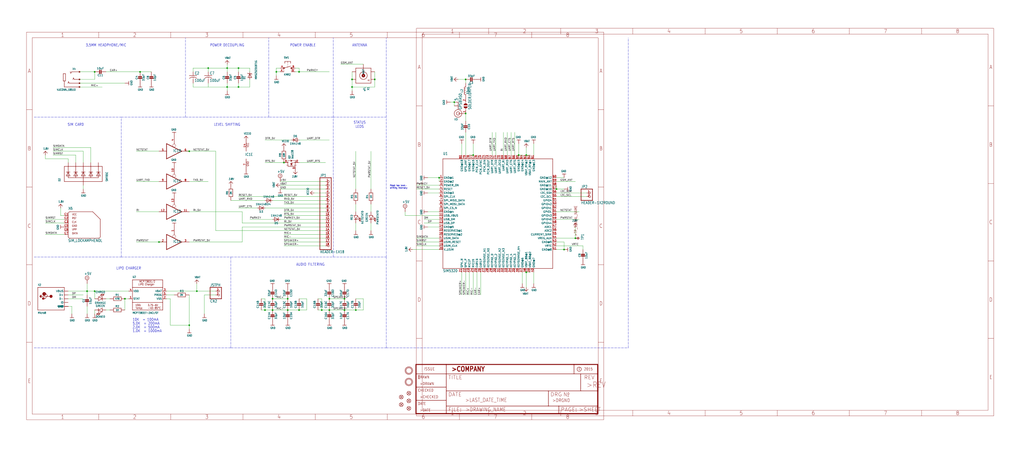
<source format=kicad_sch>
(kicad_sch (version 20211123) (generator eeschema)
  (paper "User" 687.07 301.701)
  (junction (at 58.42 195.58))
  (junction (at 63.5 48.26))
  (junction (at 386.08 160.02))
  (junction (at 236.22 53.34))
  (junction (at 353.06 104.14))
  (junction (at 139.7 45.72))
  (junction (at 200.66 48.26))
  (junction (at 378.46 167.64))
  (junction (at 127 218.44))
  (junction (at 220.98 208.28))
  (junction (at 152.4 58.42))
  (junction (at 160.02 58.42))
  (junction (at 317.5 104.14))
  (junction (at 83.82 200.66))
  (junction (at 93.98 48.26))
  (junction (at 347.98 104.14))
  (junction (at 353.06 182.88))
  (junction (at 152.4 45.72))
  (junction (at 200.66 208.28))
  (junction (at 236.22 58.42))
  (junction (at 63.5 195.58))
  (junction (at 185.42 48.26))
  (junction (at 182.88 200.66))
  (junction (at 231.14 200.66))
  (junction (at 304.8 68.58))
  (junction (at 106.68 162.56))
  (junction (at 251.46 53.34))
  (junction (at 238.76 208.28))
  (junction (at 373.38 127))
  (junction (at 294.64 119.38))
  (junction (at 127 101.6))
  (junction (at 193.04 200.66))
  (junction (at 190.5 109.22))
  (junction (at 220.98 200.66))
  (junction (at 182.88 208.28))
  (junction (at 177.8 208.28))
  (junction (at 312.42 53.34))
  (junction (at 312.42 76.2))
  (junction (at 215.9 208.28))
  (junction (at 132.08 195.58))
  (junction (at 193.04 208.28))
  (junction (at 231.14 208.28))
  (junction (at 160.02 45.72))
  (wire (pts (xy 139.7 48.26) (xy 139.7 45.72)))
  (wire (pts (xy 378.46 167.64) (xy 378.46 162.56)))
  (wire (pts (xy 160.02 58.42) (xy 167.64 58.42)))
  (wire (pts (xy 182.88 134.62) (xy 218.44 134.62)))
  (wire (pts (xy 213.36 200.66) (xy 215.9 200.66)))
  (wire (pts (xy 60.96 109.22) (xy 60.96 99.06)))
  (wire (pts (xy 231.14 200.66) (xy 220.98 200.66)))
  (wire (pts (xy 205.74 208.28) (xy 200.66 208.28)))
  (wire (pts (xy 83.82 208.28) (xy 83.82 200.66)))
  (wire (pts (xy 160.02 45.72) (xy 167.64 45.72)))
  (wire (pts (xy 350.52 182.88) (xy 350.52 190.5)))
  (polyline (pts (xy 154.94 233.68) (xy 259.08 233.68)))
  (wire (pts (xy 124.46 101.6) (xy 127 101.6)))
  (wire (pts (xy 373.38 129.54) (xy 393.7 129.54)))
  (polyline (pts (xy 259.08 78.74) (xy 259.08 25.4)))
  (wire (pts (xy 132.08 195.58) (xy 111.76 195.58)))
  (wire (pts (xy 55.88 101.6) (xy 35.56 101.6)))
  (wire (pts (xy 353.06 182.88) (xy 355.6 182.88)))
  (wire (pts (xy 205.74 200.66) (xy 205.74 208.28)))
  (wire (pts (xy 218.44 154.94) (xy 144.78 154.94)))
  (wire (pts (xy 304.8 68.58) (xy 302.26 68.58)))
  (wire (pts (xy 200.66 48.26) (xy 198.12 48.26)))
  (wire (pts (xy 152.4 48.26) (xy 152.4 45.72)))
  (wire (pts (xy 218.44 121.92) (xy 187.96 121.92)))
  (wire (pts (xy 294.64 124.46) (xy 279.4 124.46)))
  (wire (pts (xy 63.5 200.66) (xy 63.5 195.58)))
  (wire (pts (xy 132.08 195.58) (xy 132.08 190.5)))
  (wire (pts (xy 218.44 139.7) (xy 177.8 139.7)))
  (wire (pts (xy 48.26 205.74) (xy 48.26 210.82)))
  (wire (pts (xy 391.16 165.1) (xy 391.16 167.64)))
  (wire (pts (xy 347.98 104.14) (xy 347.98 96.52)))
  (wire (pts (xy 53.34 58.42) (xy 68.58 58.42)))
  (wire (pts (xy 63.5 208.28) (xy 63.5 210.82)))
  (polyline (pts (xy 259.08 233.68) (xy 421.64 233.68)))
  (wire (pts (xy 182.88 147.32) (xy 167.64 147.32)))
  (wire (pts (xy 358.14 96.52) (xy 358.14 104.14)))
  (wire (pts (xy 393.7 132.08) (xy 373.38 132.08)))
  (wire (pts (xy 332.74 104.14) (xy 332.74 88.9)))
  (wire (pts (xy 177.8 208.28) (xy 182.88 208.28)))
  (wire (pts (xy 294.64 119.38) (xy 294.64 121.92)))
  (wire (pts (xy 129.54 58.42) (xy 152.4 58.42)))
  (wire (pts (xy 177.8 109.22) (xy 190.5 109.22)))
  (wire (pts (xy 238.76 208.28) (xy 231.14 208.28)))
  (polyline (pts (xy 124.46 78.74) (xy 124.46 25.4)))
  (wire (pts (xy 228.6 43.18) (xy 243.84 43.18)))
  (polyline (pts (xy 259.08 233.68) (xy 259.08 172.72)))
  (wire (pts (xy 378.46 162.56) (xy 373.38 162.56)))
  (wire (pts (xy 127 101.6) (xy 144.78 101.6)))
  (wire (pts (xy 114.3 218.44) (xy 127 218.44)))
  (wire (pts (xy 314.96 198.12) (xy 314.96 182.88)))
  (wire (pts (xy 127 162.56) (xy 162.56 162.56)))
  (wire (pts (xy 345.44 104.14) (xy 345.44 88.9)))
  (wire (pts (xy 330.2 104.14) (xy 330.2 88.9)))
  (wire (pts (xy 287.02 142.24) (xy 294.64 142.24)))
  (wire (pts (xy 294.64 162.56) (xy 279.4 162.56)))
  (wire (pts (xy 287.02 119.38) (xy 294.64 119.38)))
  (wire (pts (xy 83.82 55.88) (xy 53.34 55.88)))
  (wire (pts (xy 309.88 182.88) (xy 309.88 198.12)))
  (wire (pts (xy 190.5 144.78) (xy 218.44 144.78)))
  (wire (pts (xy 160.02 55.88) (xy 160.02 58.42)))
  (wire (pts (xy 152.4 58.42) (xy 160.02 58.42)))
  (wire (pts (xy 50.8 109.22) (xy 50.8 104.14)))
  (wire (pts (xy 373.38 124.46) (xy 373.38 127)))
  (wire (pts (xy 63.5 195.58) (xy 86.36 195.58)))
  (wire (pts (xy 312.42 88.9) (xy 312.42 104.14)))
  (polyline (pts (xy 223.52 78.74) (xy 223.52 25.4)))
  (wire (pts (xy 312.42 198.12) (xy 312.42 182.88)))
  (wire (pts (xy 312.42 53.34) (xy 312.42 55.88)))
  (wire (pts (xy 350.52 104.14) (xy 347.98 104.14)))
  (wire (pts (xy 287.02 152.4) (xy 294.64 152.4)))
  (wire (pts (xy 60.96 99.06) (xy 35.56 99.06)))
  (wire (pts (xy 190.5 165.1) (xy 218.44 165.1)))
  (wire (pts (xy 144.78 154.94) (xy 144.78 101.6)))
  (wire (pts (xy 200.66 200.66) (xy 205.74 200.66)))
  (wire (pts (xy 160.02 48.26) (xy 160.02 45.72)))
  (wire (pts (xy 220.98 48.26) (xy 200.66 48.26)))
  (wire (pts (xy 337.82 104.14) (xy 337.82 88.9)))
  (wire (pts (xy 200.66 109.22) (xy 218.44 109.22)))
  (polyline (pts (xy 180.34 78.74) (xy 180.34 25.4)))
  (wire (pts (xy 127 218.44) (xy 127 220.98)))
  (wire (pts (xy 314.96 104.14) (xy 317.5 104.14)))
  (wire (pts (xy 139.7 45.72) (xy 152.4 45.72)))
  (wire (pts (xy 210.82 129.54) (xy 218.44 129.54)))
  (wire (pts (xy 373.38 119.38) (xy 378.46 119.38)))
  (wire (pts (xy 353.06 193.04) (xy 353.06 182.88)))
  (wire (pts (xy 187.96 147.32) (xy 218.44 147.32)))
  (wire (pts (xy 58.42 198.12) (xy 58.42 195.58)))
  (wire (pts (xy 200.66 45.72) (xy 200.66 48.26)))
  (polyline (pts (xy 223.52 172.72) (xy 223.52 78.74)))
  (wire (pts (xy 58.42 205.74) (xy 58.42 210.82)))
  (wire (pts (xy 63.5 48.26) (xy 53.34 48.26)))
  (wire (pts (xy 185.42 45.72) (xy 185.42 48.26)))
  (wire (pts (xy 294.64 167.64) (xy 276.86 167.64)))
  (wire (pts (xy 353.06 104.14) (xy 355.6 104.14)))
  (wire (pts (xy 73.66 208.28) (xy 71.12 208.28)))
  (wire (pts (xy 93.98 48.26) (xy 101.6 48.26)))
  (wire (pts (xy 187.96 45.72) (xy 185.42 45.72)))
  (wire (pts (xy 45.72 195.58) (xy 58.42 195.58)))
  (wire (pts (xy 43.18 147.32) (xy 30.48 147.32)))
  (wire (pts (xy 190.5 137.16) (xy 218.44 137.16)))
  (wire (pts (xy 45.72 109.22) (xy 45.72 106.68)))
  (wire (pts (xy 287.02 129.54) (xy 294.64 129.54)))
  (wire (pts (xy 386.08 160.02) (xy 386.08 152.4)))
  (wire (pts (xy 388.62 147.32) (xy 373.38 147.32)))
  (wire (pts (xy 43.18 149.86) (xy 30.48 149.86)))
  (wire (pts (xy 152.4 55.88) (xy 152.4 58.42)))
  (wire (pts (xy 162.56 149.86) (xy 218.44 149.86)))
  (polyline (pts (xy 22.86 172.72) (xy 81.28 172.72)))
  (wire (pts (xy 129.54 55.88) (xy 129.54 58.42)))
  (polyline (pts (xy 22.86 233.68) (xy 154.94 233.68)))
  (wire (pts (xy 30.48 157.48) (xy 43.18 157.48)))
  (wire (pts (xy 55.88 124.46) (xy 55.88 127)))
  (polyline (pts (xy 154.94 172.72) (xy 223.52 172.72)))
  (wire (pts (xy 127 142.24) (xy 162.56 142.24)))
  (wire (pts (xy 215.9 200.66) (xy 215.9 208.28)))
  (wire (pts (xy 294.64 165.1) (xy 279.4 165.1)))
  (polyline (pts (xy 81.28 172.72) (xy 81.28 78.74)))
  (wire (pts (xy 284.48 149.86) (xy 294.64 149.86)))
  (wire (pts (xy 167.64 45.72) (xy 167.64 48.26)))
  (wire (pts (xy 322.58 198.12) (xy 322.58 182.88)))
  (wire (pts (xy 198.12 45.72) (xy 200.66 45.72)))
  (wire (pts (xy 279.4 160.02) (xy 294.64 160.02)))
  (wire (pts (xy 127 121.92) (xy 139.7 121.92)))
  (wire (pts (xy 160.02 132.08) (xy 218.44 132.08)))
  (wire (pts (xy 218.44 142.24) (xy 190.5 142.24)))
  (wire (pts (xy 236.22 58.42) (xy 251.46 58.42)))
  (wire (pts (xy 251.46 58.42) (xy 251.46 53.34)))
  (wire (pts (xy 106.68 121.92) (xy 91.44 121.92)))
  (wire (pts (xy 152.4 45.72) (xy 152.4 43.18)))
  (wire (pts (xy 200.66 93.98) (xy 220.98 93.98)))
  (wire (pts (xy 218.44 127) (xy 187.96 127)))
  (wire (pts (xy 162.56 149.86) (xy 162.56 142.24)))
  (wire (pts (xy 50.8 104.14) (xy 35.56 104.14)))
  (wire (pts (xy 304.8 71.12) (xy 304.8 68.58)))
  (wire (pts (xy 236.22 60.96) (xy 236.22 58.42)))
  (wire (pts (xy 353.06 99.06) (xy 353.06 104.14)))
  (wire (pts (xy 248.92 154.94) (xy 248.92 149.86)))
  (wire (pts (xy 373.38 127) (xy 378.46 127)))
  (wire (pts (xy 132.08 195.58) (xy 144.78 195.58)))
  (wire (pts (xy 236.22 48.26) (xy 236.22 53.34)))
  (wire (pts (xy 243.84 200.66) (xy 243.84 208.28)))
  (wire (pts (xy 83.82 200.66) (xy 86.36 200.66)))
  (wire (pts (xy 40.64 144.78) (xy 40.64 139.7)))
  (wire (pts (xy 93.98 48.26) (xy 71.12 48.26)))
  (polyline (pts (xy 81.28 78.74) (xy 124.46 78.74)))
  (wire (pts (xy 172.72 139.7) (xy 160.02 139.7)))
  (wire (pts (xy 193.04 200.66) (xy 182.88 200.66)))
  (wire (pts (xy 129.54 45.72) (xy 139.7 45.72)))
  (wire (pts (xy 55.88 109.22) (xy 55.88 101.6)))
  (wire (pts (xy 307.34 53.34) (xy 312.42 53.34)))
  (wire (pts (xy 215.9 208.28) (xy 220.98 208.28)))
  (wire (pts (xy 294.64 147.32) (xy 284.48 147.32)))
  (wire (pts (xy 175.26 200.66) (xy 177.8 200.66)))
  (wire (pts (xy 53.34 53.34) (xy 63.5 53.34)))
  (wire (pts (xy 106.68 142.24) (xy 91.44 142.24)))
  (wire (pts (xy 63.5 48.26) (xy 63.5 53.34)))
  (wire (pts (xy 114.3 200.66) (xy 114.3 218.44)))
  (wire (pts (xy 185.42 48.26) (xy 185.42 50.8)))
  (polyline (pts (xy 259.08 172.72) (xy 259.08 78.74)))
  (wire (pts (xy 162.56 162.56) (xy 162.56 152.4)))
  (wire (pts (xy 45.72 106.68) (xy 30.48 106.68)))
  (wire (pts (xy 320.04 182.88) (xy 320.04 198.12)))
  (wire (pts (xy 111.76 200.66) (xy 114.3 200.66)))
  (wire (pts (xy 220.98 208.28) (xy 231.14 208.28)))
  (wire (pts (xy 358.14 190.5) (xy 358.14 182.88)))
  (polyline (pts (xy 223.52 172.72) (xy 259.08 172.72)))
  (wire (pts (xy 251.46 53.34) (xy 251.46 48.26)))
  (polyline (pts (xy 22.86 78.74) (xy 81.28 78.74)))
  (wire (pts (xy 190.5 162.56) (xy 218.44 162.56)))
  (wire (pts (xy 45.72 205.74) (xy 48.26 205.74)))
  (wire (pts (xy 388.62 142.24) (xy 373.38 142.24)))
  (wire (pts (xy 200.66 208.28) (xy 193.04 208.28)))
  (wire (pts (xy 73.66 200.66) (xy 71.12 200.66)))
  (wire (pts (xy 391.16 165.1) (xy 373.38 165.1)))
  (wire (pts (xy 152.4 45.72) (xy 160.02 45.72)))
  (polyline (pts (xy 154.94 233.68) (xy 154.94 172.72)))
  (wire (pts (xy 137.16 198.12) (xy 137.16 210.82)))
  (wire (pts (xy 187.96 124.46) (xy 218.44 124.46)))
  (wire (pts (xy 152.4 60.96) (xy 152.4 58.42)))
  (wire (pts (xy 106.68 101.6) (xy 91.44 101.6)))
  (polyline (pts (xy 223.52 78.74) (xy 259.08 78.74)))
  (wire (pts (xy 238.76 137.16) (xy 238.76 142.24)))
  (wire (pts (xy 386.08 121.92) (xy 373.38 121.92)))
  (wire (pts (xy 139.7 55.88) (xy 139.7 58.42)))
  (wire (pts (xy 312.42 76.2) (xy 312.42 81.28)))
  (wire (pts (xy 271.78 144.78) (xy 271.78 142.24)))
  (polyline (pts (xy 124.46 78.74) (xy 180.34 78.74)))
  (wire (pts (xy 187.96 48.26) (xy 185.42 48.26)))
  (wire (pts (xy 248.92 137.16) (xy 248.92 142.24)))
  (wire (pts (xy 177.8 200.66) (xy 177.8 208.28)))
  (wire (pts (xy 236.22 53.34) (xy 236.22 58.42)))
  (wire (pts (xy 167.64 58.42) (xy 167.64 53.34)))
  (wire (pts (xy 190.5 160.02) (xy 218.44 160.02)))
  (wire (pts (xy 238.76 149.86) (xy 238.76 154.94)))
  (polyline (pts (xy 421.64 233.68) (xy 421.64 25.4)))
  (wire (pts (xy 109.22 162.56) (xy 106.68 162.56)))
  (wire (pts (xy 58.42 195.58) (xy 58.42 190.5)))
  (polyline (pts (xy 81.28 172.72) (xy 154.94 172.72)))
  (wire (pts (xy 162.56 152.4) (xy 218.44 152.4)))
  (wire (pts (xy 215.9 208.28) (xy 213.36 208.28)))
  (wire (pts (xy 238.76 127) (xy 238.76 101.6)))
  (wire (pts (xy 317.5 96.52) (xy 317.5 104.14)))
  (wire (pts (xy 58.42 195.58) (xy 63.5 195.58)))
  (wire (pts (xy 248.92 101.6) (xy 248.92 127)))
  (wire (pts (xy 55.88 200.66) (xy 45.72 200.66)))
  (wire (pts (xy 154.94 134.62) (xy 177.8 134.62)))
  (wire (pts (xy 243.84 208.28) (xy 238.76 208.28)))
  (wire (pts (xy 43.18 144.78) (xy 40.64 144.78)))
  (wire (pts (xy 137.16 198.12) (xy 144.78 198.12)))
  (wire (pts (xy 294.64 144.78) (xy 271.78 144.78)))
  (wire (pts (xy 195.58 93.98) (xy 177.8 93.98)))
  (polyline (pts (xy 223.52 78.74) (xy 180.34 78.74)))
  (wire (pts (xy 127 198.12) (xy 127 218.44)))
  (wire (pts (xy 106.68 162.56) (xy 91.44 162.56)))
  (wire (pts (xy 129.54 48.26) (xy 129.54 45.72)))
  (wire (pts (xy 373.38 160.02) (xy 386.08 160.02)))
  (wire (pts (xy 340.36 104.14) (xy 340.36 88.9)))
  (wire (pts (xy 238.76 200.66) (xy 243.84 200.66)))
  (wire (pts (xy 342.9 104.14) (xy 342.9 88.9)))
  (wire (pts (xy 111.76 198.12) (xy 116.84 198.12)))
  (wire (pts (xy 177.8 208.28) (xy 175.26 208.28)))
  (wire (pts (xy 317.5 182.88) (xy 317.5 198.12)))
  (wire (pts (xy 373.38 167.64) (xy 378.46 167.64)))
  (wire (pts (xy 190.5 157.48) (xy 218.44 157.48)))
  (wire (pts (xy 30.48 106.68) (xy 30.48 104.14)))
  (wire (pts (xy 182.88 208.28) (xy 193.04 208.28)))
  (wire (pts (xy 294.64 127) (xy 279.4 127)))
  (wire (pts (xy 45.72 198.12) (xy 55.88 198.12)))
  (wire (pts (xy 309.88 96.52) (xy 309.88 104.14)))
  (text "2.0K  = 500mA" (at 88.9 220.98 180) (effects (font (size 1.778 1.5113)) (justify left bottom)))
  (text "1.0K  = 1000mA" (at 88.9 223.52 180) (effects (font (size 1.778 1.5113)) (justify left bottom)))
  (text "AUDIO FILTERING" (at 208.28 177.8 180) (effects (font (size 1.778 1.5113))))
  (text "LEVEL SHIFTING" (at 152.4 83.82 180) (effects (font (size 1.778 1.5113))))
  (text "ANTENNA" (at 241.3 30.48 180) (effects (font (size 1.778 1.5113))))
  (text "LIPO CHARGER" (at 86.36 180.34 180) (effects (font (size 1.778 1.5113))))
  (text "3.5MM HEADPHONE/MIC" (at 71.12 30.48 180) (effects (font (size 1.778 1.5113))))
  (text "5.0K  = 200mA" (at 88.9 218.44 180) (effects (font (size 1.778 1.5113)) (justify left bottom)))
  (text "POWER DECOUPLING" (at 152.4 30.48 180) (effects (font (size 1.778 1.5113))))
  (text "Reset has level-\nshifting internally" (at 261.62 127 180) (effects (font (size 1.016 0.8636)) (justify left bottom)))
  (text "STATUS\nLEDS" (at 241.3 83.82 180) (effects (font (size 1.778 1.5113))))
  (text "SIM CARD" (at 50.8 83.82 180) (effects (font (size 1.778 1.5113))))
  (text "POWER ENABLE" (at 203.2 30.48 180) (effects (font (size 1.778 1.5113))))
  (text "10K  = 100mA" (at 88.9 215.9 180) (effects (font (size 1.778 1.5113)) (justify left bottom)))
  (label "SPEAKER-" (at 190.5 165.1 0) (effects (font (size 1.2446 1.2446))))
  (label "UART_RTS" (at 205.74 109.22 0) (effects (font (size 1.2446 1.2446))))
  (label "PWRKEY" (at 279.4 124.46 0) (effects (font (size 1.2446 1.2446))))
  (label "DM" (at 284.48 147.32 0) (effects (font (size 1.2446 1.2446))))
  (label "PWRSTAT_5V" (at 190.5 152.4 0) (effects (font (size 1.2446 1.2446))))
  (label "SPEAKER+" (at 309.88 198.12 90) (effects (font (size 1.2446 1.2446))))
  (label "RI" (at 337.82 101.6 90) (effects (font (size 1.2446 1.2446))))
  (label "TXD_5V" (at 129.54 121.92 0) (effects (font (size 1.2446 1.2446))))
  (label "NETSTAT_5V" (at 129.54 101.6 0) (effects (font (size 1.2446 1.2446))))
  (label "RI" (at 91.44 142.24 0) (effects (font (size 1.2446 1.2446))))
  (label "SIMDATA" (at 30.48 157.48 0) (effects (font (size 1.2446 1.2446))))
  (label "UART_RXD" (at 160.02 134.62 0) (effects (font (size 1.2446 1.2446))))
  (label "RESET_5V" (at 160.02 132.08 0) (effects (font (size 1.2446 1.2446))))
  (label "EAR+" (at 322.58 198.12 90) (effects (font (size 1.2446 1.2446))))
  (label "GND" (at 187.96 127 0) (effects (font (size 1.2446 1.2446))))
  (label "RTS_5V" (at 177.8 109.22 0) (effects (font (size 1.2446 1.2446))))
  (label "UART_CTS" (at 160.02 139.7 0) (effects (font (size 1.2446 1.2446))))
  (label "RI_5V" (at 190.5 149.86 0) (effects (font (size 1.2446 1.2446))))
  (label "VRTC" (at 383.54 165.1 0) (effects (font (size 1.2446 1.2446))))
  (label "PWRSTAT_5V" (at 129.54 162.56 0) (effects (font (size 1.2446 1.2446))))
  (label "MIC+" (at 60.96 58.42 0) (effects (font (size 1.2446 1.2446))))
  (label "GSM_ANT" (at 228.6 43.18 0) (effects (font (size 1.2446 1.2446))))
  (label "RESET_5V" (at 279.4 127 0) (effects (font (size 1.2446 1.2446))))
  (label "EAR+" (at 73.66 48.26 0) (effects (font (size 1.2446 1.2446))))
  (label "SPEAKER-" (at 312.42 198.12 90) (effects (font (size 1.2446 1.2446))))
  (label "SIMRST" (at 279.4 162.56 0) (effects (font (size 1.2446 1.2446))))
  (label "TXD_5V" (at 190.5 137.16 0) (effects (font (size 1.2446 1.2446))))
  (label "UART_DTR" (at 205.74 93.98 0) (effects (font (size 1.2446 1.2446))))
  (label "PWRSTAT_5V" (at 248.92 119.38 90) (effects (font (size 1.2446 1.2446))))
  (label "I2C_SDA" (at 375.92 129.54 0) (effects (font (size 1.2446 1.2446))))
  (label "DM" (at 48.26 200.66 0) (effects (font (size 1.2446 1.2446))))
  (label "GSM_ANT" (at 375.92 121.92 0) (effects (font (size 1.2446 1.2446))))
  (label "SIMCLK" (at 279.4 165.1 0) (effects (font (size 1.2446 1.2446))))
  (label "SIMDATA" (at 279.4 160.02 0) (effects (font (size 1.2446 1.2446))))
  (label "I2C_SCL" (at 375.92 132.08 0) (effects (font (size 1.2446 1.2446))))
  (label "NETSTAT" (at 91.44 101.6 0) (effects (font (size 1.2446 1.2446))))
  (label "RTS_5V" (at 190.5 144.78 0) (effects (font (size 1.2446 1.2446))))
  (label "UART_TXD" (at 332.74 101.6 90) (effects (font (size 1.2446 1.2446))))
  (label "MIC+" (at 185.42 200.66 0) (effects (font (size 1.2446 1.2446))))
  (label "MIC-" (at 190.5 160.02 0) (effects (font (size 1.2446 1.2446))))
  (label "RXD_5V" (at 190.5 134.62 0) (effects (font (size 1.2446 1.2446))))
  (label "NETSTAT_5V" (at 190.5 154.94 0) (effects (font (size 1.2446 1.2446))))
  (label "UART_TXD" (at 91.44 121.92 0) (effects (font (size 1.2446 1.2446))))
  (label "UART_RXD" (at 340.36 101.6 90) (effects (font (size 1.2446 1.2446))))
  (label "SIMCLK" (at 30.48 149.86 0) (effects (font (size 1.2446 1.2446))))
  (label "PWRKEY_5V" (at 190.5 147.32 0) (effects (font (size 1.2446 1.2446))))
  (label "MIC-" (at 185.42 208.28 0) (effects (font (size 1.2446 1.2446))))
  (label "PWRSTAT" (at 375.92 147.32 0) (effects (font (size 1.2446 1.2446))))
  (label "UART_DTR" (at 330.2 101.6 90) (effects (font (size 1.2446 1.2446))))
  (label "PWRKEY" (at 167.64 147.32 0) (effects (font (size 1.2446 1.2446))))
  (label "SPEAKER-" (at 223.52 208.28 0) (effects (font (size 1.2446 1.2446))))
  (label "PWRSTAT" (at 91.44 162.56 0) (effects (font (size 1.2446 1.2446))))
  (label "SPEAKER+" (at 190.5 162.56 0) (effects (font (size 1.2446 1.2446))))
  (label "UART_RTS" (at 345.44 101.6 90) (effects (font (size 1.2446 1.2446))))
  (label "SIMRST" (at 35.56 104.14 0) (effects (font (size 1.2446 1.2446))))
  (label "DTR_5V" (at 177.8 93.98 0) (effects (font (size 1.2446 1.2446))))
  (label "+5V" (at 187.96 121.92 0) (effects (font (size 1.2446 1.2446))))
  (label "DTR_5V" (at 190.5 142.24 0) (effects (font (size 1.2446 1.2446))))
  (label "SIMRST" (at 30.48 147.32 0) (effects (font (size 1.2446 1.2446))))
  (label "RESET_5V" (at 190.5 132.08 0) (effects (font (size 1.2446 1.2446))))
  (label "PWRKEY" (at 205.74 48.26 0) (effects (font (size 1.2446 1.2446))))
  (label "VBAT" (at 187.96 124.46 0) (effects (font (size 1.2446 1.2446))))
  (label "NETSTAT_5V" (at 238.76 119.38 90) (effects (font (size 1.2446 1.2446))))
  (label "RI_5V" (at 129.54 142.24 0) (effects (font (size 1.2446 1.2446))))
  (label "SIMCLK" (at 35.56 101.6 0) (effects (font (size 1.2446 1.2446))))
  (label "EAR-" (at 320.04 198.12 90) (effects (font (size 1.2446 1.2446))))
  (label "DP" (at 287.02 149.86 0) (effects (font (size 1.2446 1.2446))))
  (label "NETSTAT" (at 375.92 142.24 0) (effects (font (size 1.2446 1.2446))))
  (label "SIMDATA" (at 35.56 99.06 0) (effects (font (size 1.2446 1.2446))))
  (label "MIC+" (at 314.96 198.12 90) (effects (font (size 1.2446 1.2446))))
  (label "MIC-" (at 317.5 198.12 90) (effects (font (size 1.2446 1.2446))))
  (label "MIC+" (at 190.5 157.48 0) (effects (font (size 1.2446 1.2446))))
  (label "DP" (at 48.26 198.12 0) (effects (font (size 1.2446 1.2446))))
  (label "UART_CTS" (at 342.9 101.6 90) (effects (font (size 1.2446 1.2446))))
  (label "SPEAKER+" (at 223.52 200.66 0) (effects (font (size 1.2446 1.2446))))
  (symbol (lib_id "schematicEagle-eagle-import:GND") (at 284.48 142.24 270) (unit 1)
    (property "Reference" "#U$37" (effects hide))
    (property "Value" "GND" (at 281.94 140.716 0) (effects (font (size 1.27 1.0795)) (justify left bottom)))
    (property "Footprint" "schematicEagle:" (effects hide))
  )
  (symbol (lib_id "schematicEagle-eagle-import:GND") (at 284.48 129.54 270) (unit 1)
    (property "Reference" "#U$31" (effects hide))
    (property "Value" "GND" (at 281.94 128.016 0) (effects (font (size 1.27 1.0795)) (justify left bottom)))
    (property "Footprint" "schematicEagle:" (effects hide))
  )
  (symbol (lib_id "schematicEagle-eagle-import:GND") (at 358.14 193.04 0) (unit 1)
    (property "Reference" "#U$71" (effects hide))
    (property "Value" "GND" (at 356.616 195.58 0) (effects (font (size 1.27 1.0795)) (justify left bottom)))
    (property "Footprint" "schematicEagle:" (effects hide))
  )
  (symbol (lib_id "schematicEagle-eagle-import:CAP_4PACK1206") (at 220.98 213.36 0) (unit 1)
    (property "Reference" "C16" (at 218.69 212.11 90))
    (property "Value" "33pF" (at 223.28 212.11 90))
    (property "Footprint" "schematicEagle:RESPACK_4X0603" (effects hide))
  )
  (symbol (lib_id "schematicEagle-eagle-import:CAP_CERAMIC0805-NOOUTLINE") (at 160.02 53.34 0) (unit 1)
    (property "Reference" "C5" (at 157.73 52.09 90))
    (property "Value" "10pF" (at 162.32 52.09 90))
    (property "Footprint" "schematicEagle:0805-NO" (effects hide))
  )
  (symbol (lib_id "schematicEagle-eagle-import:GND") (at 238.76 157.48 0) (unit 1)
    (property "Reference" "#U$30" (effects hide))
    (property "Value" "GND" (at 237.236 160.02 0) (effects (font (size 1.27 1.0795)) (justify left bottom)))
    (property "Footprint" "schematicEagle:" (effects hide))
  )
  (symbol (lib_id "schematicEagle-eagle-import:FIDUCIAL{dblquote}{dblquote}") (at 274.32 274.32 0) (unit 1)
    (property "Reference" "FID3" (effects hide))
    (property "Value" "FIDUCIAL{dblquote}{dblquote}" (effects hide))
    (property "Footprint" "schematicEagle:FIDUCIAL_1MM" (effects hide))
  )
  (symbol (lib_id "schematicEagle-eagle-import:FIDUCIAL{dblquote}{dblquote}") (at 269.24 271.78 0) (unit 1)
    (property "Reference" "FID5" (effects hide))
    (property "Value" "FIDUCIAL{dblquote}{dblquote}" (effects hide))
    (property "Footprint" "schematicEagle:FIDUCIAL_1MM" (effects hide))
  )
  (symbol (lib_id "schematicEagle-eagle-import:HEADER-1X18") (at 218.44 144.78 0) (unit 1)
    (property "Reference" "JP1" (at 214.63 118.745 0) (effects (font (size 1.778 1.5113)) (justify left bottom)))
    (property "Value" "HEADER-1X18" (at 214.63 170.18 0) (effects (font (size 1.778 1.5113)) (justify left bottom)))
    (property "Footprint" "schematicEagle:1X18_ROUND70" (effects hide))
  )
  (symbol (lib_id "schematicEagle-eagle-import:74125PW") (at 165.1 104.14 0) (unit 5)
    (property "Reference" "IC1" (at 164.465 104.775 0) (effects (font (size 1.778 1.5113)) (justify left bottom)))
    (property "Value" "74VHCT125PW" (effects hide))
    (property "Footprint" "schematicEagle:TSSOP14" (effects hide))
  )
  (symbol (lib_id "schematicEagle-eagle-import:MOSFET-NWIDE") (at 195.58 111.76 90) (unit 1)
    (property "Reference" "Q2" (at 194.945 106.68 0) (effects (font (size 1.27 1.0795)) (justify left bottom)))
    (property "Value" "bss138" (at 196.85 106.68 0) (effects (font (size 1.27 1.0795)) (justify left bottom)))
    (property "Footprint" "schematicEagle:SOT23-WIDE" (effects hide))
  )
  (symbol (lib_id "schematicEagle-eagle-import:GND") (at 309.88 93.98 180) (unit 1)
    (property "Reference" "#U$41" (effects hide))
    (property "Value" "GND" (at 311.404 91.44 0) (effects (font (size 1.27 1.0795)) (justify left bottom)))
    (property "Footprint" "schematicEagle:" (effects hide))
  )
  (symbol (lib_id "schematicEagle-eagle-import:CAP_CERAMIC0805-NOOUTLINE") (at 93.98 53.34 0) (unit 1)
    (property "Reference" "C4" (at 91.69 52.09 90))
    (property "Value" "33pF" (at 96.28 52.09 90))
    (property "Footprint" "schematicEagle:0805-NO" (effects hide))
  )
  (symbol (lib_id "schematicEagle-eagle-import:DIODESOD-323") (at 185.42 147.32 0) (mirror x) (unit 1)
    (property "Reference" "D5" (at 185.42 149.86 0))
    (property "Value" "1N4148" (at 185.42 144.82 0))
    (property "Footprint" "schematicEagle:SOD-323" (effects hide))
  )
  (symbol (lib_id "schematicEagle-eagle-import:GND") (at 220.98 190.5 180) (unit 1)
    (property "Reference" "#U$48" (effects hide))
    (property "Value" "GND" (at 222.504 187.96 0) (effects (font (size 1.27 1.0795)) (justify left bottom)))
    (property "Footprint" "schematicEagle:" (effects hide))
  )
  (symbol (lib_id "schematicEagle-eagle-import:INDUCTOR_0805MP") (at 312.42 60.96 90) (unit 1)
    (property "Reference" "L2" (at 309.88 60.96 0))
    (property "Value" "33nH" (at 313.96 60.96 0))
    (property "Footprint" "schematicEagle:_0805MP" (effects hide))
  )
  (symbol (lib_id "schematicEagle-eagle-import:GND") (at 127 223.52 0) (unit 1)
    (property "Reference" "#U$6" (effects hide))
    (property "Value" "GND" (at 125.476 226.06 0) (effects (font (size 1.27 1.0795)) (justify left bottom)))
    (property "Footprint" "schematicEagle:" (effects hide))
  )
  (symbol (lib_id "schematicEagle-eagle-import:GND") (at 193.04 190.5 180) (unit 1)
    (property "Reference" "#U$45" (effects hide))
    (property "Value" "GND" (at 194.564 187.96 0) (effects (font (size 1.27 1.0795)) (justify left bottom)))
    (property "Footprint" "schematicEagle:" (effects hide))
  )
  (symbol (lib_id "schematicEagle-eagle-import:CAP_CERAMIC0805-NOOUTLINE") (at 58.42 203.2 0) (unit 1)
    (property "Reference" "C1" (at 56.13 201.95 90))
    (property "Value" "10µF" (at 60.72 201.95 90))
    (property "Footprint" "schematicEagle:0805-NO" (effects hide))
  )
  (symbol (lib_id "schematicEagle-eagle-import:GND") (at 116.84 149.86 180) (unit 1)
    (property "Reference" "#U$5" (effects hide))
    (property "Value" "GND" (at 118.364 147.32 0) (effects (font (size 1.27 1.0795)) (justify left bottom)))
    (property "Footprint" "schematicEagle:" (effects hide))
  )
  (symbol (lib_id "schematicEagle-eagle-import:RESISTOR0805_NOOUTLINE") (at 238.76 132.08 90) (unit 1)
    (property "Reference" "R5" (at 236.22 132.08 0))
    (property "Value" "1K" (at 238.76 132.08 0) (effects (font (size 1.016 1.016) bold)))
    (property "Footprint" "schematicEagle:0805-NO" (effects hide))
  )
  (symbol (lib_id "schematicEagle-eagle-import:GND") (at 381 127 90) (unit 1)
    (property "Reference" "#U$68" (effects hide))
    (property "Value" "GND" (at 383.54 128.524 0) (effects (font (size 1.27 1.0795)) (justify left bottom)))
    (property "Footprint" "schematicEagle:" (effects hide))
  )
  (symbol (lib_id "schematicEagle-eagle-import:GND") (at 48.26 213.36 0) (unit 1)
    (property "Reference" "#U$2" (effects hide))
    (property "Value" "GND" (at 46.736 215.9 0) (effects (font (size 1.27 1.0795)) (justify left bottom)))
    (property "Footprint" "schematicEagle:" (effects hide))
  )
  (symbol (lib_id "schematicEagle-eagle-import:CAP_4PACK1206") (at 200.66 205.74 0) (unit 2)
    (property "Reference" "C15" (at 198.37 204.49 90))
    (property "Value" "10pF" (at 202.96 204.49 90))
    (property "Footprint" "schematicEagle:RESPACK_4X0603" (effects hide))
  )
  (symbol (lib_id "schematicEagle-eagle-import:1.8V") (at 30.48 101.6 0) (unit 1)
    (property "Reference" "#U$15" (effects hide))
    (property "Value" "1.8V" (at 28.956 100.584 0) (effects (font (size 1.27 1.0795)) (justify left bottom)))
    (property "Footprint" "schematicEagle:" (effects hide))
  )
  (symbol (lib_id "schematicEagle-eagle-import:FIDUCIAL{dblquote}{dblquote}") (at 274.32 269.24 0) (unit 1)
    (property "Reference" "FID1" (effects hide))
    (property "Value" "FIDUCIAL{dblquote}{dblquote}" (effects hide))
    (property "Footprint" "schematicEagle:FIDUCIAL_1MM" (effects hide))
  )
  (symbol (lib_id "schematicEagle-eagle-import:CAP_CERAMIC0805-NOOUTLINE") (at 68.58 48.26 90) (unit 1)
    (property "Reference" "C11" (at 67.33 50.55 90))
    (property "Value" "10uF" (at 67.33 45.96 90))
    (property "Footprint" "schematicEagle:0805-NO" (effects hide))
  )
  (symbol (lib_id "schematicEagle-eagle-import:RESISTOR0805_NOOUTLINE") (at 78.74 208.28 0) (unit 1)
    (property "Reference" "R2" (at 78.74 205.74 0))
    (property "Value" "1K" (at 78.74 208.28 0) (effects (font (size 1.016 1.016) bold)))
    (property "Footprint" "schematicEagle:0805-NO" (effects hide))
  )
  (symbol (lib_id "schematicEagle-eagle-import:GND") (at 187.96 129.54 0) (unit 1)
    (property "Reference" "#U$35" (effects hide))
    (property "Value" "GND" (at 186.436 132.08 0) (effects (font (size 1.27 1.0795)) (justify left bottom)))
    (property "Footprint" "schematicEagle:" (effects hide))
  )
  (symbol (lib_id "schematicEagle-eagle-import:GND") (at 137.16 213.36 0) (unit 1)
    (property "Reference" "#U$4" (effects hide))
    (property "Value" "GND" (at 135.636 215.9 0) (effects (font (size 1.27 1.0795)) (justify left bottom)))
    (property "Footprint" "schematicEagle:" (effects hide))
  )
  (symbol (lib_id "schematicEagle-eagle-import:GND") (at 391.16 177.8 0) (unit 1)
    (property "Reference" "#U$24" (effects hide))
    (property "Value" "GND" (at 389.636 180.34 0) (effects (font (size 1.27 1.0795)) (justify left bottom)))
    (property "Footprint" "schematicEagle:" (effects hide))
  )
  (symbol (lib_id "schematicEagle-eagle-import:FRAME_A3") (at 279.4 279.4 0) (unit 3)
    (property "Reference" "#FRAME1" (effects hide))
    (property "Value" "FRAME_A3" (effects hide))
    (property "Footprint" "schematicEagle:" (effects hide))
  )
  (symbol (lib_id "schematicEagle-eagle-import:GND") (at 55.88 129.54 0) (unit 1)
    (property "Reference" "#U$27" (effects hide))
    (property "Value" "GND" (at 54.356 132.08 0) (effects (font (size 1.27 1.0795)) (justify left bottom)))
    (property "Footprint" "schematicEagle:" (effects hide))
  )
  (symbol (lib_id "schematicEagle-eagle-import:SIM_LOCKAMPHENOL") (at 55.88 149.86 0) (unit 1)
    (property "Reference" "X6" (at 45.72 140.97 0) (effects (font (size 1.778 1.5113)) (justify left bottom)))
    (property "Value" "SIM_LOCKAMPHENOL" (at 45.72 162.56 0) (effects (font (size 1.778 1.5113)) (justify left bottom)))
    (property "Footprint" "schematicEagle:C707_10M006_512_2" (effects hide))
  )
  (symbol (lib_id "schematicEagle-eagle-import:SWITCH_TACT_SMT4.6X2.8") (at 193.04 45.72 0) (unit 1)
    (property "Reference" "SW1" (at 190.5 39.37 0) (effects (font (size 1.27 1.0795)) (justify left bottom)))
    (property "Value" "KMR2" (at 190.5 50.8 0) (effects (font (size 1.27 1.0795)) (justify left bottom)))
    (property "Footprint" "schematicEagle:BTN_KMR2_4.6X2.8" (effects hide))
  )
  (symbol (lib_id "schematicEagle-eagle-import:GND") (at 284.48 152.4 270) (unit 1)
    (property "Reference" "#U$40" (effects hide))
    (property "Value" "GND" (at 281.94 150.876 0) (effects (font (size 1.27 1.0795)) (justify left bottom)))
    (property "Footprint" "schematicEagle:" (effects hide))
  )
  (symbol (lib_id "schematicEagle-eagle-import:CAP_4PACK1206") (at 182.88 195.58 180) (unit 4)
    (property "Reference" "C14" (at 185.17 196.83 90))
    (property "Value" "33pF" (at 180.58 196.83 90))
    (property "Footprint" "schematicEagle:RESPACK_4X0603" (effects hide))
  )
  (symbol (lib_id "schematicEagle-eagle-import:VBAT") (at 353.06 96.52 0) (unit 1)
    (property "Reference" "#U$38" (effects hide))
    (property "Value" "VBAT" (at 351.536 95.504 0) (effects (font (size 1.27 1.0795)) (justify left bottom)))
    (property "Footprint" "schematicEagle:" (effects hide))
  )
  (symbol (lib_id "schematicEagle-eagle-import:CAP_4PACK1206") (at 220.98 205.74 0) (unit 3)
    (property "Reference" "C16" (at 218.69 204.49 90))
    (property "Value" "33pF" (at 223.28 204.49 90))
    (property "Footprint" "schematicEagle:RESPACK_4X0603" (effects hide))
  )
  (symbol (lib_id "schematicEagle-eagle-import:LED0805_NOOUTLINE") (at 66.04 208.28 180) (unit 1)
    (property "Reference" "DONE0" (at 67.31 212.725 0))
    (property "Value" "GREEN" (at 67.31 205.486 0))
    (property "Footprint" "schematicEagle:CHIPLED_0805_NOOUTLINE" (effects hide))
  )
  (symbol (lib_id "schematicEagle-eagle-import:GND") (at 63.5 213.36 0) (unit 1)
    (property "Reference" "#U$7" (effects hide))
    (property "Value" "GND" (at 61.976 215.9 0) (effects (font (size 1.27 1.0795)) (justify left bottom)))
    (property "Footprint" "schematicEagle:" (effects hide))
  )
  (symbol (lib_id "schematicEagle-eagle-import:VBAT") (at 304.8 53.34 90) (unit 1)
    (property "Reference" "#U$60" (effects hide))
    (property "Value" "VBAT" (at 303.784 54.864 0) (effects (font (size 1.27 1.0795)) (justify left bottom)))
    (property "Footprint" "schematicEagle:" (effects hide))
  )
  (symbol (lib_id "schematicEagle-eagle-import:VBAT") (at 353.06 195.58 180) (unit 1)
    (property "Reference" "#U$39" (effects hide))
    (property "Value" "VBAT" (at 354.584 196.596 0) (effects (font (size 1.27 1.0795)) (justify left bottom)))
    (property "Footprint" "schematicEagle:" (effects hide))
  )
  (symbol (lib_id "schematicEagle-eagle-import:GND") (at 220.98 218.44 0) (unit 1)
    (property "Reference" "#U$50" (effects hide))
    (property "Value" "GND" (at 219.456 220.98 0) (effects (font (size 1.27 1.0795)) (justify left bottom)))
    (property "Footprint" "schematicEagle:" (effects hide))
  )
  (symbol (lib_id "schematicEagle-eagle-import:SMACONNECTOR_EDGE_UFL") (at 243.84 50.8 270) (unit 1)
    (property "Reference" "X1" (at 246.38 58.42 0) (effects (font (size 1.27 1.0795)) (justify left bottom)))
    (property "Value" "uFL" (at 243.84 58.42 0) (effects (font (size 1.27 1.0795)) (justify left bottom)))
    (property "Footprint" "schematicEagle:SMA_EDGELAUNCH_UFL" (effects hide))
  )
  (symbol (lib_id "schematicEagle-eagle-import:GND") (at 378.46 116.84 180) (unit 1)
    (property "Reference" "#U$67" (effects hide))
    (property "Value" "GND" (at 379.984 114.3 0) (effects (font (size 1.27 1.0795)) (justify left bottom)))
    (property "Footprint" "schematicEagle:" (effects hide))
  )
  (symbol (lib_id "schematicEagle-eagle-import:GND") (at 152.4 63.5 0) (unit 1)
    (property "Reference" "#U$22" (effects hide))
    (property "Value" "GND" (at 150.876 66.04 0) (effects (font (size 1.27 1.0795)) (justify left bottom)))
    (property "Footprint" "schematicEagle:" (effects hide))
  )
  (symbol (lib_id "schematicEagle-eagle-import:LED0805_NOOUTLINE") (at 238.76 147.32 270) (unit 1)
    (property "Reference" "NETSTAT0" (at 243.205 146.05 0))
    (property "Value" "RED" (at 235.966 146.05 0))
    (property "Footprint" "schematicEagle:CHIPLED_0805_NOOUTLINE" (effects hide))
  )
  (symbol (lib_id "schematicEagle-eagle-import:GND") (at 317.5 93.98 180) (unit 1)
    (property "Reference" "#U$64" (effects hide))
    (property "Value" "GND" (at 319.024 91.44 0) (effects (font (size 1.27 1.0795)) (justify left bottom)))
    (property "Footprint" "schematicEagle:" (effects hide))
  )
  (symbol (lib_id "schematicEagle-eagle-import:CAP_4PACK1206") (at 182.88 213.36 0) (unit 1)
    (property "Reference" "C14" (at 180.59 212.11 90))
    (property "Value" "33pF" (at 185.18 212.11 90))
    (property "Footprint" "schematicEagle:RESPACK_4X0603" (effects hide))
  )
  (symbol (lib_id "schematicEagle-eagle-import:CAP_4PACK1206") (at 231.14 195.58 180) (unit 4)
    (property "Reference" "C17" (at 233.43 196.83 90))
    (property "Value" "10pF" (at 228.84 196.83 90))
    (property "Footprint" "schematicEagle:RESPACK_4X0603" (effects hide))
  )
  (symbol (lib_id "schematicEagle-eagle-import:GND") (at 322.58 53.34 90) (unit 1)
    (property "Reference" "#U$57" (effects hide))
    (property "Value" "GND" (at 325.12 54.864 0) (effects (font (size 1.27 1.0795)) (justify left bottom)))
    (property "Footprint" "schematicEagle:" (effects hide))
  )
  (symbol (lib_id "schematicEagle-eagle-import:GND") (at 40.64 152.4 270) (unit 1)
    (property "Reference" "#U$13" (effects hide))
    (property "Value" "GND" (at 38.1 150.876 0) (effects (font (size 1.27 1.0795)) (justify left bottom)))
    (property "Footprint" "schematicEagle:" (effects hide))
  )
  (symbol (lib_id "schematicEagle-eagle-import:VBAT") (at 185.42 124.46 90) (unit 1)
    (property "Reference" "#U$20" (effects hide))
    (property "Value" "VBAT" (at 184.404 125.984 0) (effects (font (size 1.27 1.0795)) (justify left bottom)))
    (property "Footprint" "schematicEagle:" (effects hide))
  )
  (symbol (lib_id "schematicEagle-eagle-import:CAP_4PACK1206") (at 213.36 205.74 0) (unit 2)
    (property "Reference" "C16" (at 211.07 204.49 90))
    (property "Value" "33pF" (at 215.66 204.49 90))
    (property "Footprint" "schematicEagle:RESPACK_4X0603" (effects hide))
  )
  (symbol (lib_id "schematicEagle-eagle-import:CAP_CERAMIC0805-NOOUTLINE") (at 391.16 172.72 0) (unit 1)
    (property "Reference" "C9" (at 388.87 171.47 90))
    (property "Value" "10uF" (at 393.46 171.47 90))
    (property "Footprint" "schematicEagle:0805-NO" (effects hide))
  )
  (symbol (lib_id "schematicEagle-eagle-import:JST_2PIN") (at 147.32 195.58 0) (mirror x) (unit 1)
    (property "Reference" "CN2" (at 140.97 201.295 0) (effects (font (size 1.778 1.5113)) (justify left bottom)))
    (property "Value" "JSTPH" (at 140.97 190.5 0) (effects (font (size 1.778 1.5113)) (justify left bottom)))
    (property "Footprint" "schematicEagle:JSTPH2" (effects hide))
  )
  (symbol (lib_id "schematicEagle-eagle-import:2.8V") (at 386.08 149.86 0) (mirror y) (unit 1)
    (property "Reference" "#U$23" (effects hide))
    (property "Value" "2.8V" (at 387.604 148.844 0) (effects (font (size 1.27 1.0795)) (justify left bottom)))
    (property "Footprint" "schematicEagle:" (effects hide))
  )
  (symbol (lib_id "schematicEagle-eagle-import:CAP_4PACK1206") (at 220.98 195.58 180) (unit 4)
    (property "Reference" "C16" (at 223.27 196.83 90))
    (property "Value" "33pF" (at 218.68 196.83 90))
    (property "Footprint" "schematicEagle:RESPACK_4X0603" (effects hide))
  )
  (symbol (lib_id "schematicEagle-eagle-import:1.8V") (at 40.64 137.16 0) (unit 1)
    (property "Reference" "#U$1" (effects hide))
    (property "Value" "1.8V" (at 39.116 136.144 0) (effects (font (size 1.27 1.0795)) (justify left bottom)))
    (property "Footprint" "schematicEagle:" (effects hide))
  )
  (symbol (lib_id "schematicEagle-eagle-import:GND") (at 116.84 109.22 180) (unit 1)
    (property "Reference" "#U$19" (effects hide))
    (property "Value" "GND" (at 118.364 106.68 0) (effects (font (size 1.27 1.0795)) (justify left bottom)))
    (property "Footprint" "schematicEagle:" (effects hide))
  )
  (symbol (lib_id "schematicEagle-eagle-import:CAP_CERAMIC0805-NOOUTLINE") (at 312.42 83.82 180) (unit 1)
    (property "Reference" "C10" (at 314.71 85.07 90))
    (property "Value" "33pF" (at 310.12 85.07 90))
    (property "Footprint" "schematicEagle:0805-NO" (effects hide))
  )
  (symbol (lib_id "schematicEagle-eagle-import:GND") (at 284.48 119.38 270) (unit 1)
    (property "Reference" "#U$28" (effects hide))
    (property "Value" "GND" (at 281.94 117.856 0) (effects (font (size 1.27 1.0795)) (justify left bottom)))
    (property "Footprint" "schematicEagle:" (effects hide))
  )
  (symbol (lib_id "schematicEagle-eagle-import:CAP_4PACK1206") (at 182.88 205.74 0) (unit 3)
    (property "Reference" "C14" (at 180.59 204.49 90))
    (property "Value" "33pF" (at 185.18 204.49 90))
    (property "Footprint" "schematicEagle:RESPACK_4X0603" (effects hide))
  )
  (symbol (lib_id "schematicEagle-eagle-import:CAP_4PACK1206") (at 193.04 210.82 180) (unit 1)
    (property "Reference" "C15" (at 195.33 212.07 90))
    (property "Value" "10pF" (at 190.74 212.07 90))
    (property "Footprint" "schematicEagle:RESPACK_4X0603" (effects hide))
  )
  (symbol (lib_id "schematicEagle-eagle-import:GND") (at 231.14 190.5 180) (unit 1)
    (property "Reference" "#U$49" (effects hide))
    (property "Value" "GND" (at 232.664 187.96 0) (effects (font (size 1.27 1.0795)) (justify left bottom)))
    (property "Footprint" "schematicEagle:" (effects hide))
  )
  (symbol (lib_id "schematicEagle-eagle-import:VCCIO") (at 208.28 129.54 90) (unit 1)
    (property "Reference" "#U$29" (effects hide))
    (property "Value" "VCCIO" (at 207.264 131.064 0) (effects (font (size 1.27 1.0795)) (justify left bottom)))
    (property "Footprint" "schematicEagle:" (effects hide))
  )
  (symbol (lib_id "schematicEagle-eagle-import:VBAT") (at 132.08 187.96 0) (unit 1)
    (property "Reference" "#U$18" (effects hide))
    (property "Value" "VBAT" (at 130.556 186.944 0) (effects (font (size 1.27 1.0795)) (justify left bottom)))
    (property "Footprint" "schematicEagle:" (effects hide))
  )
  (symbol (lib_id "schematicEagle-eagle-import:+5V") (at 187.96 119.38 0) (unit 1)
    (property "Reference" "#SUPPLY2" (effects hide))
    (property "Value" "+5V" (at 186.055 116.205 0) (effects (font (size 1.778 1.5113)) (justify left bottom)))
    (property "Footprint" "schematicEagle:" (effects hide))
  )
  (symbol (lib_id "schematicEagle-eagle-import:GND") (at 299.72 68.58 270) (unit 1)
    (property "Reference" "#U$17" (effects hide))
    (property "Value" "GND" (at 297.18 67.056 0) (effects (font (size 1.27 1.0795)) (justify left bottom)))
    (property "Footprint" "schematicEagle:" (effects hide))
  )
  (symbol (lib_id "schematicEagle-eagle-import:GND") (at 101.6 58.42 0) (unit 1)
    (property "Reference" "#U$58" (effects hide))
    (property "Value" "GND" (at 100.076 60.96 0) (effects (font (size 1.27 1.0795)) (justify left bottom)))
    (property "Footprint" "schematicEagle:" (effects hide))
  )
  (symbol (lib_id "schematicEagle-eagle-import:GND") (at 347.98 93.98 180) (unit 1)
    (property "Reference" "#U$65" (effects hide))
    (property "Value" "GND" (at 349.504 91.44 0) (effects (font (size 1.27 1.0795)) (justify left bottom)))
    (property "Footprint" "schematicEagle:" (effects hide))
  )
  (symbol (lib_id "schematicEagle-eagle-import:MOUNTINGHOLE2.5") (at 274.32 256.54 0) (unit 1)
    (property "Reference" "U$33" (effects hide))
    (property "Value" "MOUNTINGHOLE2.5" (effects hide))
    (property "Footprint" "schematicEagle:MOUNTINGHOLE_2.5_PLATED" (effects hide))
  )
  (symbol (lib_id "schematicEagle-eagle-import:VBAT") (at 152.4 40.64 0) (unit 1)
    (property "Reference" "#U$9" (effects hide))
    (property "Value" "VBAT" (at 150.876 39.624 0) (effects (font (size 1.27 1.0795)) (justify left bottom)))
    (property "Footprint" "schematicEagle:" (effects hide))
  )
  (symbol (lib_id "schematicEagle-eagle-import:74125PW") (at 116.84 142.24 0) (unit 4)
    (property "Reference" "IC1" (at 116.205 142.875 0) (effects (font (size 1.778 1.5113)) (justify left bottom)))
    (property "Value" "74VHCT125PW" (effects hide))
    (property "Footprint" "schematicEagle:TSSOP14" (effects hide))
  )
  (symbol (lib_id "schematicEagle-eagle-import:GND") (at 193.04 218.44 0) (unit 1)
    (property "Reference" "#U$47" (effects hide))
    (property "Value" "GND" (at 191.516 220.98 0) (effects (font (size 1.27 1.0795)) (justify left bottom)))
    (property "Footprint" "schematicEagle:" (effects hide))
  )
  (symbol (lib_id "schematicEagle-eagle-import:CAP_4PACK1206") (at 231.14 205.74 0) (unit 3)
    (property "Reference" "C17" (at 228.85 204.49 90))
    (property "Value" "10pF" (at 233.44 204.49 90))
    (property "Footprint" "schematicEagle:RESPACK_4X0603" (effects hide))
  )
  (symbol (lib_id "schematicEagle-eagle-import:DIODE-ZENERSOD123") (at 167.64 50.8 90) (unit 1)
    (property "Reference" "D1" (at 164.6174 53.34 0) (effects (font (size 1.27 1.0795)) (justify left bottom)))
    (property "Value" "MMSZ5231BT1G" (at 172.4914 53.34 0) (effects (font (size 1.27 1.0795)) (justify left bottom)))
    (property "Footprint" "schematicEagle:SOD-123" (effects hide))
  )
  (symbol (lib_id "schematicEagle-eagle-import:GND") (at 248.92 157.48 0) (unit 1)
    (property "Reference" "#U$16" (effects hide))
    (property "Value" "GND" (at 247.396 160.02 0) (effects (font (size 1.27 1.0795)) (justify left bottom)))
    (property "Footprint" "schematicEagle:" (effects hide))
  )
  (symbol (lib_id "schematicEagle-eagle-import:74125PW") (at 116.84 162.56 0) (unit 1)
    (property "Reference" "IC1" (at 116.205 163.195 0) (effects (font (size 1.778 1.5113)) (justify left bottom)))
    (property "Value" "74VHCT125PW" (effects hide))
    (property "Footprint" "schematicEagle:TSSOP14" (effects hide))
  )
  (symbol (lib_id "schematicEagle-eagle-import:+5V") (at 58.42 187.96 0) (unit 1)
    (property "Reference" "#SUPPLY1" (effects hide))
    (property "Value" "+5V" (at 56.515 184.785 0) (effects (font (size 1.778 1.5113)) (justify left bottom)))
    (property "Footprint" "schematicEagle:" (effects hide))
  )
  (symbol (lib_id "schematicEagle-eagle-import:1.8V") (at 274.32 167.64 90) (unit 1)
    (property "Reference" "#U$8" (effects hide))
    (property "Value" "1.8V" (at 273.304 169.164 0) (effects (font (size 1.27 1.0795)) (justify left bottom)))
    (property "Footprint" "schematicEagle:" (effects hide))
  )
  (symbol (lib_id "schematicEagle-eagle-import:FIDUCIAL{dblquote}{dblquote}") (at 269.24 266.7 0) (unit 1)
    (property "Reference" "FID4" (effects hide))
    (property "Value" "FIDUCIAL{dblquote}{dblquote}" (effects hide))
    (property "Footprint" "schematicEagle:FIDUCIAL_1MM" (effects hide))
  )
  (symbol (lib_id "schematicEagle-eagle-import:2.8V") (at 154.94 121.92 0) (unit 1)
    (property "Reference" "#U$61" (effects hide))
    (property "Value" "2.8V" (at 153.416 120.904 0) (effects (font (size 1.27 1.0795)) (justify left bottom)))
    (property "Footprint" "schematicEagle:" (effects hide))
  )
  (symbol (lib_id "schematicEagle-eagle-import:RESISTOR0805_NOOUTLINE") (at 248.92 132.08 90) (unit 1)
    (property "Reference" "R4" (at 246.38 132.08 0))
    (property "Value" "1K" (at 248.92 132.08 0) (effects (font (size 1.016 1.016) bold)))
    (property "Footprint" "schematicEagle:0805-NO" (effects hide))
  )
  (symbol (lib_id "schematicEagle-eagle-import:AUDIO_3.5MMJACK_4POL") (at 48.26 53.34 0) (unit 1)
    (property "Reference" "X4" (at 50.8 46.99 0) (effects (font (size 1.27 1.0795)) (justify right bottom)))
    (property "Value" "4UCONN_18510" (at 50.8 60.96 0) (effects (font (size 1.27 1.0795)) (justify right bottom)))
    (property "Footprint" "schematicEagle:4UCONN_18510" (effects hide))
  )
  (symbol (lib_id "schematicEagle-eagle-import:CAP_CERAMIC0805-NOOUTLINE") (at 317.5 53.34 90) (unit 1)
    (property "Reference" "C3" (at 316.25 55.63 90))
    (property "Value" "33pF" (at 316.25 51.04 90))
    (property "Footprint" "schematicEagle:0805-NO" (effects hide))
  )
  (symbol (lib_id "schematicEagle-eagle-import:C-USC1210") (at 129.54 50.8 0) (unit 1)
    (property "Reference" "C2" (at 130.556 50.165 0) (effects (font (size 1.778 1.5113)) (justify left bottom)))
    (property "Value" "100uF" (at 130.556 54.991 0) (effects (font (size 1.778 1.5113)) (justify left bottom)))
    (property "Footprint" "schematicEagle:C1210" (effects hide))
  )
  (symbol (lib_id "schematicEagle-eagle-import:CAP_4PACK1206") (at 193.04 195.58 180) (unit 4)
    (property "Reference" "C15" (at 195.33 196.83 90))
    (property "Value" "10pF" (at 190.74 196.83 90))
    (property "Footprint" "schematicEagle:RESPACK_4X0603" (effects hide))
  )
  (symbol (lib_id "schematicEagle-eagle-import:RESISTOR0805_NOOUTLINE") (at 121.92 198.12 0) (unit 1)
    (property "Reference" "R3" (at 121.92 195.58 0))
    (property "Value" "2K" (at 121.92 198.12 0) (effects (font (size 1.016 1.016) bold)))
    (property "Footprint" "schematicEagle:0805-NO" (effects hide))
  )
  (symbol (lib_id "schematicEagle-eagle-import:CAP_4PACK1206") (at 238.76 205.74 0) (unit 2)
    (property "Reference" "C17" (at 236.47 204.49 90))
    (property "Value" "10pF" (at 241.06 204.49 90))
    (property "Footprint" "schematicEagle:RESPACK_4X0603" (effects hide))
  )
  (symbol (lib_id "schematicEagle-eagle-import:SOLDERJUMPER") (at 312.42 71.12 90) (unit 1)
    (property "Reference" "GPSBIAS0" (at 309.88 73.66 0) (effects (font (size 1.778 1.5113)) (justify left bottom)))
    (property "Value" "SOLDERJUMPER" (at 316.23 73.66 0) (effects (font (size 1.778 1.5113)) (justify left bottom)))
    (property "Footprint" "schematicEagle:SOLDERJUMPER_ARROW_NOPASTE" (effects hide))
  )
  (symbol (lib_id "schematicEagle-eagle-import:C-USC1210") (at 139.7 50.8 0) (unit 1)
    (property "Reference" "C7" (at 140.716 50.165 0) (effects (font (size 1.778 1.5113)) (justify left bottom)))
    (property "Value" "100uF" (at 140.716 54.991 0) (effects (font (size 1.778 1.5113)) (justify left bottom)))
    (property "Footprint" "schematicEagle:C1210" (effects hide))
  )
  (symbol (lib_id "schematicEagle-eagle-import:GSM_SIM5320_LITERAL") (at 332.74 142.24 0) (unit 1)
    (property "Reference" "U1" (at 297.18 104.14 0) (effects (font (size 1.778 1.5113)) (justify left bottom)))
    (property "Value" "SIM5320" (at 297.18 182.88 0) (effects (font (size 1.778 1.5113)) (justify left bottom)))
    (property "Footprint" "schematicEagle:SIM5320" (effects hide))
  )
  (symbol (lib_id "schematicEagle-eagle-import:MCP73831{slash}2") (at 99.06 198.12 0) (unit 1)
    (property "Reference" "U2" (at 88.9 186.69 0) (effects (font (size 1.27 1.0795)) (justify left bottom)))
    (property "Value" "MCP73831T-2ACI/OT" (at 88.9 210.82 0) (effects (font (size 1.27 1.0795)) (justify left bottom)))
    (property "Footprint" "schematicEagle:SOT23-5" (effects hide))
  )
  (symbol (lib_id "schematicEagle-eagle-import:CAP_CERAMIC0805-NOOUTLINE") (at 101.6 53.34 0) (unit 1)
    (property "Reference" "C8" (at 99.31 52.09 90))
    (property "Value" "10pF" (at 103.9 52.09 90))
    (property "Footprint" "schematicEagle:0805-NO" (effects hide))
  )
  (symbol (lib_id "schematicEagle-eagle-import:GND") (at 381 167.64 90) (unit 1)
    (property "Reference" "#U$69" (effects hide))
    (property "Value" "GND" (at 383.54 169.164 0) (effects (font (size 1.27 1.0795)) (justify left bottom)))
    (property "Footprint" "schematicEagle:" (effects hide))
  )
  (symbol (lib_id "schematicEagle-eagle-import:RESISTOR0805_NOOUTLINE") (at 190.5 104.14 90) (unit 1)
    (property "Reference" "R8" (at 187.96 104.14 0))
    (property "Value" "10K" (at 190.5 104.14 0) (effects (font (size 1.016 1.016) bold)))
    (property "Footprint" "schematicEagle:0805-NO" (effects hide))
  )
  (symbol (lib_id "schematicEagle-eagle-import:USBMICRO_20329") (at 35.56 200.66 0) (unit 1)
    (property "Reference" "X2" (at 25.4 192.024 0) (effects (font (size 1.27 1.0795)) (justify left bottom)))
    (property "Value" "MicroB" (at 25.4 210.82 0) (effects (font (size 1.27 1.0795)) (justify left bottom)))
    (property "Footprint" "schematicEagle:4UCONN_20329" (effects hide))
  )
  (symbol (lib_id "schematicEagle-eagle-import:GND") (at 185.42 53.34 0) (unit 1)
    (property "Reference" "#U$14" (effects hide))
    (property "Value" "GND" (at 183.896 55.88 0) (effects (font (size 1.27 1.0795)) (justify left bottom)))
    (property "Footprint" "schematicEagle:" (effects hide))
  )
  (symbol (lib_id "schematicEagle-eagle-import:RESISTOR0805_NOOUTLINE") (at 154.94 129.54 90) (unit 1)
    (property "Reference" "R6" (at 152.4 129.54 0))
    (property "Value" "2K" (at 154.94 129.54 0) (effects (font (size 1.016 1.016) bold)))
    (property "Footprint" "schematicEagle:0805-NO" (effects hide))
  )
  (symbol (lib_id "schematicEagle-eagle-import:74125PW") (at 116.84 121.92 0) (unit 3)
    (property "Reference" "IC1" (at 116.205 122.555 0) (effects (font (size 1.778 1.5113)) (justify left bottom)))
    (property "Value" "74VHCT125PW" (effects hide))
    (property "Footprint" "schematicEagle:TSSOP14" (effects hide))
  )
  (symbol (lib_id "schematicEagle-eagle-import:GND") (at 116.84 129.54 180) (unit 1)
    (property "Reference" "#U$11" (effects hide))
    (property "Value" "GND" (at 118.364 127 0) (effects (font (size 1.27 1.0795)) (justify left bottom)))
    (property "Footprint" "schematicEagle:" (effects hide))
  )
  (symbol (lib_id "schematicEagle-eagle-import:TPTP11R") (at 388.62 160.02 270) (mirror x) (unit 1)
    (property "Reference" "TP1" (at 389.89 161.29 0) (effects (font (size 1.778 1.5113)) (justify left bottom)))
    (property "Value" "TPTP11R" (effects hide))
    (property "Footprint" "schematicEagle:TP11R" (effects hide))
  )
  (symbol (lib_id "schematicEagle-eagle-import:HEADER-1X2ROUND") (at 396.24 132.08 0) (unit 1)
    (property "Reference" "JP2" (at 389.89 126.365 0) (effects (font (size 1.778 1.5113)) (justify left bottom)))
    (property "Value" "HEADER-1X2ROUND" (at 389.89 137.16 0) (effects (font (size 1.778 1.5113)) (justify left bottom)))
    (property "Footprint" "schematicEagle:1X02_ROUND" (effects hide))
  )
  (symbol (lib_id "schematicEagle-eagle-import:74125PW") (at 116.84 101.6 0) (unit 2)
    (property "Reference" "IC1" (at 116.205 102.235 0) (effects (font (size 1.778 1.5113)) (justify left bottom)))
    (property "Value" "74VHCT125PW" (effects hide))
    (property "Footprint" "schematicEagle:TSSOP14" (effects hide))
  )
  (symbol (lib_id "schematicEagle-eagle-import:DIODESOD-323") (at 180.34 134.62 0) (mirror x) (unit 1)
    (property "Reference" "D4" (at 180.34 137.16 0))
    (property "Value" "1N4148" (at 180.34 132.12 0))
    (property "Footprint" "schematicEagle:SOD-323" (effects hide))
  )
  (symbol (lib_id "schematicEagle-eagle-import:CAP_4PACK1206") (at 175.26 205.74 0) (unit 2)
    (property "Reference" "C14" (at 172.97 204.49 90))
    (property "Value" "33pF" (at 177.56 204.49 90))
    (property "Footprint" "schematicEagle:RESPACK_4X0603" (effects hide))
  )
  (symbol (lib_id "schematicEagle-eagle-import:+5V") (at 271.78 139.7 0) (unit 1)
    (property "Reference" "#SUPPLY3" (effects hide))
    (property "Value" "+5V" (at 269.875 136.525 0) (effects (font (size 1.778 1.5113)) (justify left bottom)))
    (property "Footprint" "schematicEagle:" (effects hide))
  )
  (symbol (lib_id "schematicEagle-eagle-import:GND") (at 236.22 63.5 0) (unit 1)
    (property "Reference" "#U$12" (effects hide))
    (property "Value" "GND" (at 234.696 66.04 0) (effects (font (size 1.27 1.0795)) (justify left bottom)))
    (property "Footprint" "schematicEagle:" (effects hide))
  )
  (symbol (lib_id "schematicEagle-eagle-import:GND") (at 182.88 190.5 180) (unit 1)
    (property "Reference" "#U$44" (effects hide))
    (property "Value" "GND" (at 184.404 187.96 0) (effects (font (size 1.27 1.0795)) (justify left bottom)))
    (property "Footprint" "schematicEagle:" (effects hide))
  )
  (symbol (lib_id "schematicEagle-eagle-import:MOUNTINGHOLE2.5") (at 274.32 248.92 0) (unit 1)
    (property "Reference" "U$34" (effects hide))
    (property "Value" "MOUNTINGHOLE2.5" (effects hide))
    (property "Footprint" "schematicEagle:MOUNTINGHOLE_2.5_PLATED" (effects hide))
  )
  (symbol (lib_id "schematicEagle-eagle-import:GND") (at 86.36 55.88 90) (unit 1)
    (property "Reference" "#U$32" (effects hide))
    (property "Value" "GND" (at 88.9 57.404 0) (effects (font (size 1.27 1.0795)) (justify left bottom)))
    (property "Footprint" "schematicEagle:" (effects hide))
  )
  (symbol (lib_id "schematicEagle-eagle-import:DIODESOD-323") (at 198.12 93.98 0) (mirror y) (unit 1)
    (property "Reference" "D6" (at 198.12 91.44 0))
    (property "Value" "1N4148" (at 198.12 96.48 0))
    (property "Footprint" "schematicEagle:SOD-323" (effects hide))
  )
  (symbol (lib_id "schematicEagle-eagle-import:ANTENNA_U.FL") (at 307.34 76.2 0) (mirror x) (unit 1)
    (property "Reference" "X3" (at 304.8 79.502 0) (effects (font (size 1.27 1.0795)) (justify left bottom)))
    (property "Value" "uFL" (at 304.8 66.04 0) (effects (font (size 1.27 1.0795)) (justify left bottom)))
    (property "Footprint" "schematicEagle:U.FL" (effects hide))
  )
  (symbol (lib_id "schematicEagle-eagle-import:RESISTOR0805_NOOUTLINE") (at 78.74 200.66 0) (unit 1)
    (property "Reference" "R1" (at 78.74 198.12 0))
    (property "Value" "470" (at 78.74 200.66 0) (effects (font (size 1.016 1.016) bold)))
    (property "Footprint" "schematicEagle:0805-NO" (effects hide))
  )
  (symbol (lib_id "schematicEagle-eagle-import:GND") (at 93.98 58.42 0) (unit 1)
    (property "Reference" "#U$10" (effects hide))
    (property "Value" "GND" (at 92.456 60.96 0) (effects (font (size 1.27 1.0795)) (justify left bottom)))
    (property "Footprint" "schematicEagle:" (effects hide))
  )
  (symbol (lib_id "schematicEagle-eagle-import:CAP_CERAMIC0805-NOOUTLINE") (at 152.4 53.34 0) (unit 1)
    (property "Reference" "C6" (at 150.11 52.09 90))
    (property "Value" "33pF" (at 154.7 52.09 90))
    (property "Footprint" "schematicEagle:0805-NO" (effects hide))
  )
  (symbol (lib_id "schematicEagle-eagle-import:TVSARRAY_5LANE") (at 55.88 119.38 90) (unit 1)
    (property "Reference" "D2" (at 40.64 121.92 0) (effects (font (size 1.27 1.0795)) (justify left bottom)))
    (property "Value" "SMF05C" (at 72.39 121.92 0) (effects (font (size 1.27 1.0795)) (justify left bottom)))
    (property "Footprint" "schematicEagle:SOT363" (effects hide))
  )
  (symbol (lib_id "schematicEagle-eagle-import:GND") (at 182.88 218.44 0) (unit 1)
    (property "Reference" "#U$46" (effects hide))
    (property "Value" "GND" (at 181.356 220.98 0) (effects (font (size 1.27 1.0795)) (justify left bottom)))
    (property "Footprint" "schematicEagle:" (effects hide))
  )
  (symbol (lib_id "schematicEagle-eagle-import:GND") (at 165.1 116.84 0) (unit 1)
    (property "Reference" "#U$54" (effects hide))
    (property "Value" "GND" (at 163.576 119.38 0) (effects (font (size 1.27 1.0795)) (justify left bottom)))
    (property "Footprint" "schematicEagle:" (effects hide))
  )
  (symbol (lib_id "schematicEagle-eagle-import:2.8V") (at 198.12 116.84 180) (unit 1)
    (property "Reference" "#U$56" (effects hide))
    (property "Value" "2.8V" (at 199.644 117.856 0) (effects (font (size 1.27 1.0795)) (justify left bottom)))
    (property "Footprint" "schematicEagle:" (effects hide))
  )
  (symbol (lib_id "schematicEagle-eagle-import:GND") (at 358.14 93.98 180) (unit 1)
    (property "Reference" "#U$66" (effects hide))
    (property "Value" "GND" (at 359.664 91.44 0) (effects (font (size 1.27 1.0795)) (justify left bottom)))
    (property "Footprint" "schematicEagle:" (effects hide))
  )
  (symbol (lib_id "schematicEagle-eagle-import:GND") (at 58.42 213.36 0) (unit 1)
    (property "Reference" "#U$3" (effects hide))
    (property "Value" "GND" (at 56.896 215.9 0) (effects (font (size 1.27 1.0795)) (justify left bottom)))
    (property "Footprint" "schematicEagle:" (effects hide))
  )
  (symbol (lib_id "schematicEagle-eagle-import:FRAME_A3") (at 17.78 281.94 0) (unit 1)
    (property "Reference" "#FRAME1" (effects hide))
    (property "Value" "FRAME_A3" (effects hide))
    (property "Footprint" "schematicEagle:" (effects hide))
  )
  (symbol (lib_id "schematicEagle-eagle-import:LED0805_NOOUTLINE") (at 248.92 147.32 270) (unit 1)
    (property "Reference" "PWRSTAT0" (at 253.365 146.05 0))
    (property "Value" "GREEN" (at 246.126 146.05 0))
    (property "Footprint" "schematicEagle:CHIPLED_0805_NOOUTLINE" (effects hide))
  )
  (symbol (lib_id "schematicEagle-eagle-import:FIDUCIAL{dblquote}{dblquote}") (at 274.32 264.16 0) (unit 1)
    (property "Reference" "FID2" (effects hide))
    (property "Value" "FIDUCIAL{dblquote}{dblquote}" (effects hide))
    (property "Footprint" "schematicEagle:FIDUCIAL_1MM" (effects hide))
  )
  (symbol (lib_id "schematicEagle-eagle-import:GND") (at 116.84 88.9 180) (unit 1)
    (property "Reference" "#U$53" (effects hide))
    (property "Value" "GND" (at 118.364 86.36 0) (effects (font (size 1.27 1.0795)) (justify left bottom)))
    (property "Footprint" "schematicEagle:" (effects hide))
  )
  (symbol (lib_id "schematicEagle-eagle-import:CAP_4PACK1206") (at 231.14 210.82 180) (unit 1)
    (property "Reference" "C17" (at 233.43 212.07 90))
    (property "Value" "10pF" (at 228.84 212.07 90))
    (property "Footprint" "schematicEagle:RESPACK_4X0603" (effects hide))
  )
  (symbol (lib_id "schematicEagle-eagle-import:LED0805_NOOUTLINE") (at 68.58 200.66 0) (unit 1)
    (property "Reference" "CHRG0" (at 67.31 196.215 0))
    (property "Value" "ORANGE" (at 67.31 203.454 0))
    (property "Footprint" "schematicEagle:CHIPLED_0805_NOOUTLINE" (effects hide))
  )
  (symbol (lib_id "schematicEagle-eagle-import:CAP_4PACK1206") (at 193.04 205.74 0) (unit 3)
    (property "Reference" "C15" (at 190.75 204.49 90))
    (property "Value" "10pF" (at 195.34 204.49 90))
    (property "Footprint" "schematicEagle:RESPACK_4X0603" (effects hide))
  )
  (symbol (lib_id "schematicEagle-eagle-import:VCCIO") (at 190.5 96.52 0) (unit 1)
    (property "Reference" "#U$52" (effects hide))
    (property "Value" "VCCIO" (at 188.976 95.504 0) (effects (font (size 1.27 1.0795)) (justify left bottom)))
    (property "Footprint" "schematicEagle:" (effects hide))
  )
  (symbol (lib_id "schematicEagle-eagle-import:DIODESOD-323") (at 175.26 139.7 0) (mirror x) (unit 1)
    (property "Reference" "D3" (at 175.26 142.24 0))
    (property "Value" "1N4148" (at 175.26 137.2 0))
    (property "Footprint" "schematicEagle:SOD-323" (effects hide))
  )
  (symbol (lib_id "schematicEagle-eagle-import:GND") (at 350.52 193.04 0) (unit 1)
    (property "Reference" "#U$70" (effects hide))
    (property "Value" "GND" (at 348.996 195.58 0) (effects (font (size 1.27 1.0795)) (justify left bottom)))
    (property "Footprint" "schematicEagle:" (effects hide))
  )
  (symbol (lib_id "schematicEagle-eagle-import:VCCIO") (at 165.1 91.44 0) (unit 1)
    (property "Reference" "#U$55" (effects hide))
    (property "Value" "VCCIO" (at 163.576 90.424 0) (effects (font (size 1.27 1.0795)) (justify left bottom)))
    (property "Footprint" "schematicEagle:" (effects hide))
  )
  (symbol (lib_id "schematicEagle-eagle-import:GND") (at 231.14 218.44 0) (unit 1)
    (property "Reference" "#U$51" (effects hide))
    (property "Value" "GND" (at 229.616 220.98 0) (effects (font (size 1.27 1.0795)) (justify left bottom)))
    (property "Footprint" "schematicEagle:" (effects hide))
  )
)
</source>
